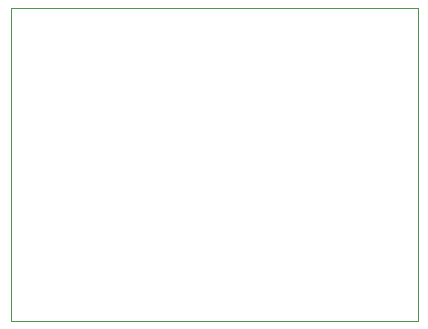
<source format=gm1>
G04 #@! TF.GenerationSoftware,KiCad,Pcbnew,5.1.5+dfsg1-2*
G04 #@! TF.CreationDate,2020-03-14T19:30:30+01:00*
G04 #@! TF.ProjectId,BlinkySWR-0.2-S,426c696e-6b79-4535-9752-2d302e322d53,rev?*
G04 #@! TF.SameCoordinates,Original*
G04 #@! TF.FileFunction,Profile,NP*
%FSLAX46Y46*%
G04 Gerber Fmt 4.6, Leading zero omitted, Abs format (unit mm)*
G04 Created by KiCad (PCBNEW 5.1.5+dfsg1-2) date 2020-03-14 19:30:30*
%MOMM*%
%LPD*%
G04 APERTURE LIST*
%ADD10C,0.050000*%
G04 APERTURE END LIST*
D10*
X7000000Y15500000D02*
X41500000Y15500000D01*
X41500000Y-11000000D02*
X41500000Y15500000D01*
X7000000Y-11000000D02*
X41500000Y-11000000D01*
X7000000Y-11000000D02*
X7000000Y15500000D01*
M02*

</source>
